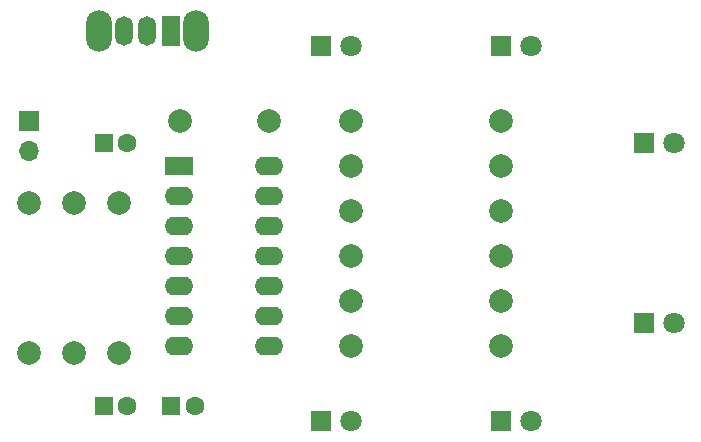
<source format=gbr>
%TF.GenerationSoftware,KiCad,Pcbnew,(5.1.12)-1*%
%TF.CreationDate,2022-01-20T18:33:59+01:00*%
%TF.ProjectId,pcb-luces-led-navidad,7063622d-6c75-4636-9573-2d6c65642d6e,R2*%
%TF.SameCoordinates,PX3072580PY3072580*%
%TF.FileFunction,Soldermask,Bot*%
%TF.FilePolarity,Negative*%
%FSLAX46Y46*%
G04 Gerber Fmt 4.6, Leading zero omitted, Abs format (unit mm)*
G04 Created by KiCad (PCBNEW (5.1.12)-1) date 2022-01-20 18:33:59*
%MOMM*%
%LPD*%
G01*
G04 APERTURE LIST*
%ADD10R,1.600000X1.600000*%
%ADD11C,1.600000*%
%ADD12C,2.000000*%
%ADD13R,2.400000X1.600000*%
%ADD14O,2.400000X1.600000*%
%ADD15R,1.700000X1.700000*%
%ADD16O,1.700000X1.700000*%
%ADD17R,1.800000X1.800000*%
%ADD18C,1.800000*%
%ADD19R,1.500000X2.500000*%
%ADD20O,1.500000X2.500000*%
%ADD21O,2.200000X3.500000*%
G04 APERTURE END LIST*
D10*
%TO.C,C3*%
X8890000Y-12065000D03*
D11*
X10890000Y-12065000D03*
%TD*%
D10*
%TO.C,C1*%
X8890000Y-34290000D03*
D11*
X10890000Y-34290000D03*
%TD*%
D10*
%TO.C,C2*%
X14605000Y-34290000D03*
D11*
X16605000Y-34290000D03*
%TD*%
D12*
%TO.C,R9*%
X10160000Y-29845000D03*
X10160000Y-17145000D03*
%TD*%
%TO.C,R6*%
X6350000Y-29845000D03*
X6350000Y-17145000D03*
%TD*%
%TO.C,R3*%
X2540000Y-29845000D03*
X2540000Y-17145000D03*
%TD*%
%TO.C,R8*%
X42545000Y-29210000D03*
X29845000Y-29210000D03*
%TD*%
%TO.C,R7*%
X42545000Y-25400000D03*
X29845000Y-25400000D03*
%TD*%
%TO.C,R4*%
X42545000Y-21590000D03*
X29845000Y-21590000D03*
%TD*%
%TO.C,R5*%
X42545000Y-17780000D03*
X29845000Y-17780000D03*
%TD*%
%TO.C,R2*%
X42545000Y-13970000D03*
X29845000Y-13970000D03*
%TD*%
%TO.C,R1*%
X42545000Y-10160000D03*
X29845000Y-10160000D03*
%TD*%
D13*
%TO.C,U1*%
X15240000Y-13970000D03*
D14*
X22860000Y-29210000D03*
X15240000Y-16510000D03*
X22860000Y-26670000D03*
X15240000Y-19050000D03*
X22860000Y-24130000D03*
X15240000Y-21590000D03*
X22860000Y-21590000D03*
X15240000Y-24130000D03*
X22860000Y-19050000D03*
X15240000Y-26670000D03*
X22860000Y-16510000D03*
X15240000Y-29210000D03*
X22860000Y-13970000D03*
%TD*%
D12*
%TO.C,C4*%
X22860000Y-10160000D03*
X15360000Y-10160000D03*
%TD*%
D15*
%TO.C,BT1*%
X2540000Y-10160000D03*
D16*
X2540000Y-12700000D03*
%TD*%
D17*
%TO.C,D1*%
X27305000Y-3810000D03*
D18*
X29845000Y-3810000D03*
%TD*%
%TO.C,D2*%
X45085000Y-3810000D03*
D17*
X42545000Y-3810000D03*
%TD*%
%TO.C,D3*%
X54610000Y-12065000D03*
D18*
X57150000Y-12065000D03*
%TD*%
%TO.C,D4*%
X57150000Y-27305000D03*
D17*
X54610000Y-27305000D03*
%TD*%
%TO.C,D5*%
X42545000Y-35560000D03*
D18*
X45085000Y-35560000D03*
%TD*%
%TO.C,D6*%
X29845000Y-35560000D03*
D17*
X27305000Y-35560000D03*
%TD*%
D19*
%TO.C,SW1*%
X14605000Y-2540000D03*
D20*
X12605000Y-2540000D03*
X10605000Y-2540000D03*
D21*
X16705000Y-2540000D03*
X8505000Y-2540000D03*
%TD*%
M02*

</source>
